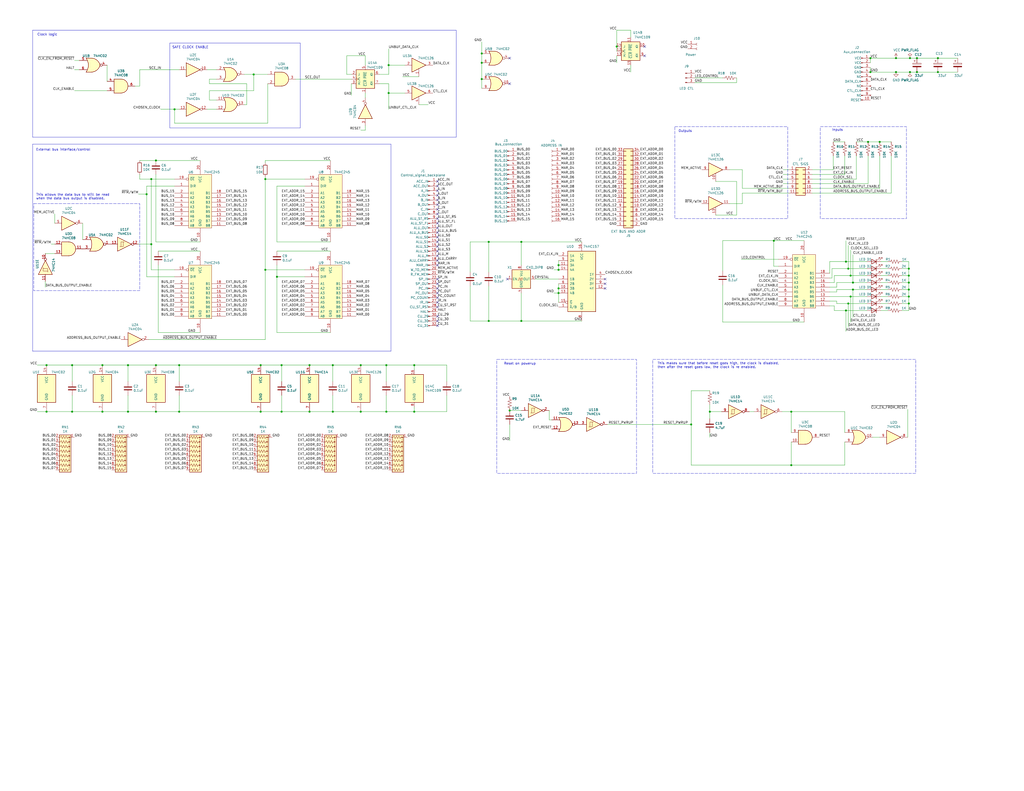
<source format=kicad_sch>
(kicad_sch (version 20230121) (generator eeschema)
  (paper "C")
  (junction (at 151.13 151.13))
  (junction (at 144.78 147.32))
  (junction (at 82.55 133.35))
  (junction (at 495.935 158.115))
  (junction (at 431.8 224.79))
  (junction (at 85.09 199.39))
  (junction (at 212.09 50.8))
  (junction (at 210.82 199.39))
  (junction (at 511.81 31.75))
  (junction (at 153.67 199.39))
  (junction (at 138.43 40.64))
  (junction (at 181.61 199.39))
  (junction (at 422.275 131.445))
  (junction (at 387.35 224.79))
  (junction (at 181.61 224.79))
  (junction (at 262.89 29.21))
  (junction (at 55.88 224.79))
  (junction (at 462.915 165.735))
  (junction (at 474.98 39.37))
  (junction (at 465.455 154.305))
  (junction (at 464.185 150.495))
  (junction (at 266.7 132.08))
  (junction (at 500.38 39.37))
  (junction (at 82.55 97.79))
  (junction (at 212.09 35.56))
  (junction (at 336.55 25.4))
  (junction (at 304.8 147.32))
  (junction (at 25.4 199.39))
  (junction (at 168.91 224.79))
  (junction (at 473.71 77.47))
  (junction (at 210.82 224.79))
  (junction (at 144.78 97.79))
  (junction (at 496.57 31.75))
  (junction (at 474.98 31.75))
  (junction (at 196.85 199.39))
  (junction (at 465.455 158.115))
  (junction (at 262.89 34.29))
  (junction (at 97.79 199.39))
  (junction (at 69.85 199.39))
  (junction (at 495.935 154.305))
  (junction (at 168.91 199.39))
  (junction (at 39.37 224.79))
  (junction (at 95.25 59.69))
  (junction (at 97.79 224.79))
  (junction (at 488.95 39.37))
  (junction (at 464.185 161.925))
  (junction (at 480.06 77.47))
  (junction (at 39.37 199.39))
  (junction (at 196.85 224.79))
  (junction (at 304.8 160.02))
  (junction (at 461.645 169.545))
  (junction (at 80.01 106.045))
  (junction (at 69.85 224.79))
  (junction (at 85.09 87.63))
  (junction (at 304.8 157.48))
  (junction (at 55.88 199.39))
  (junction (at 495.935 161.925))
  (junction (at 511.81 39.37))
  (junction (at 304.8 144.78))
  (junction (at 262.89 43.18))
  (junction (at 495.935 165.735))
  (junction (at 25.4 224.79))
  (junction (at 142.24 224.79))
  (junction (at 284.48 175.26))
  (junction (at 284.48 132.08))
  (junction (at 226.06 199.39))
  (junction (at 461.645 142.875))
  (junction (at 278.13 224.155))
  (junction (at 500.38 31.75))
  (junction (at 153.67 224.79))
  (junction (at 431.8 254))
  (junction (at 142.24 199.39))
  (junction (at 495.935 146.685))
  (junction (at 226.06 224.79))
  (junction (at 496.57 39.37))
  (junction (at 488.95 31.75))
  (junction (at 85.09 224.79))
  (junction (at 266.7 175.26))
  (junction (at 495.935 150.495))
  (junction (at 462.915 146.685))
  (junction (at 377.19 231.775))
  (no_connect (at 238.76 175.26))
  (no_connect (at 351.79 25.4))
  (no_connect (at 238.76 139.7))
  (no_connect (at 238.76 162.56))
  (no_connect (at 276.86 152.4))
  (no_connect (at 330.2 152.4))
  (no_connect (at 238.76 121.92))
  (no_connect (at 238.76 152.4))
  (no_connect (at 238.76 172.72))
  (no_connect (at 238.76 99.06))
  (no_connect (at 238.76 124.46))
  (no_connect (at 330.2 154.94))
  (no_connect (at 238.76 144.78))
  (no_connect (at 238.76 116.84))
  (no_connect (at 238.76 129.54))
  (no_connect (at 238.76 137.16))
  (no_connect (at 238.76 134.62))
  (no_connect (at 278.13 45.72))
  (no_connect (at 238.76 104.14))
  (no_connect (at 238.76 119.38))
  (no_connect (at 238.76 132.08))
  (no_connect (at 278.13 31.75))
  (no_connect (at 238.76 157.48))
  (no_connect (at 238.76 142.24))
  (no_connect (at 238.76 127))
  (no_connect (at 330.2 157.48))
  (no_connect (at 238.76 165.1))
  (no_connect (at 238.76 106.68))
  (no_connect (at 238.76 167.64))
  (no_connect (at 351.79 30.48))
  (no_connect (at 238.76 101.6))
  (no_connect (at 238.76 154.94))
  (no_connect (at 238.76 111.76))
  (no_connect (at 238.76 109.22))
  (no_connect (at 238.76 177.8))
  (no_connect (at 238.76 114.3))
  (no_connect (at 238.76 160.02))
  (wire (pts (xy 153.67 215.9) (xy 153.67 224.79)))
  (wire (pts (xy 467.36 77.47) (xy 473.71 77.47)))
  (wire (pts (xy 82.55 97.79) (xy 82.55 133.35)))
  (wire (pts (xy 456.565 158.115) (xy 465.455 158.115)))
  (wire (pts (xy 114.3 45.72) (xy 134.62 45.72)))
  (wire (pts (xy 480.695 158.115) (xy 484.505 158.115)))
  (wire (pts (xy 95.25 101.6) (xy 80.01 101.6)))
  (wire (pts (xy 220.98 35.56) (xy 212.09 35.56)))
  (wire (pts (xy 474.98 31.75) (xy 488.95 31.75)))
  (wire (pts (xy 431.8 224.79) (xy 461.01 224.79)))
  (wire (pts (xy 39.37 215.9) (xy 39.37 224.79)))
  (wire (pts (xy 40.64 49.53) (xy 58.42 49.53)))
  (wire (pts (xy 97.79 215.9) (xy 97.79 224.79)))
  (wire (pts (xy 495.935 146.685) (xy 495.935 142.875)))
  (wire (pts (xy 153.67 208.28) (xy 153.67 199.39)))
  (wire (pts (xy 464.185 175.895) (xy 464.185 161.925)))
  (wire (pts (xy 464.185 150.495) (xy 473.075 150.495)))
  (wire (pts (xy 394.335 175.895) (xy 438.785 175.895)))
  (wire (pts (xy 492.125 150.495) (xy 495.935 150.495)))
  (wire (pts (xy 492.125 165.735) (xy 495.935 165.735)))
  (wire (pts (xy 443.23 105.41) (xy 486.41 105.41)))
  (wire (pts (xy 304.8 144.78) (xy 304.8 147.32)))
  (wire (pts (xy 181.61 199.39) (xy 196.85 199.39)))
  (wire (pts (xy 95.25 67.31) (xy 146.05 67.31)))
  (wire (pts (xy 210.82 199.39) (xy 226.06 199.39)))
  (wire (pts (xy 114.3 49.53) (xy 114.3 54.61)))
  (wire (pts (xy 461.01 224.79) (xy 461.01 236.22)))
  (wire (pts (xy 256.54 132.08) (xy 266.7 132.08)))
  (wire (pts (xy 495.935 142.875) (xy 492.125 142.875)))
  (wire (pts (xy 25.4 224.79) (xy 39.37 224.79)))
  (wire (pts (xy 226.06 199.39) (xy 243.84 199.39)))
  (wire (pts (xy 452.755 164.465) (xy 456.565 164.465)))
  (wire (pts (xy 398.145 92.71) (xy 405.13 92.71)))
  (wire (pts (xy 80.01 151.13) (xy 95.25 151.13)))
  (wire (pts (xy 461.645 180.975) (xy 461.645 169.545)))
  (wire (pts (xy 443.23 97.79) (xy 467.36 97.79)))
  (wire (pts (xy 495.935 165.735) (xy 495.935 161.925)))
  (wire (pts (xy 480.695 150.495) (xy 484.505 150.495)))
  (wire (pts (xy 455.295 167.005) (xy 455.295 169.545)))
  (wire (pts (xy 133.35 40.64) (xy 138.43 40.64)))
  (wire (pts (xy 69.85 224.79) (xy 55.88 224.79)))
  (wire (pts (xy 401.955 42.545) (xy 401.955 45.085)))
  (wire (pts (xy 212.09 35.56) (xy 212.09 26.67)))
  (wire (pts (xy 467.36 97.79) (xy 467.36 85.09)))
  (wire (pts (xy 379.095 45.085) (xy 401.955 45.085)))
  (wire (pts (xy 24.765 153.67) (xy 24.765 156.845)))
  (wire (pts (xy 473.71 100.33) (xy 473.71 85.09)))
  (wire (pts (xy 422.275 145.415) (xy 422.275 131.445)))
  (wire (pts (xy 144.78 97.79) (xy 144.78 96.52)))
  (wire (pts (xy 113.03 59.69) (xy 118.11 59.69)))
  (wire (pts (xy 302.26 147.32) (xy 304.8 147.32)))
  (wire (pts (xy 39.37 199.39) (xy 55.88 199.39)))
  (wire (pts (xy 207.01 45.72) (xy 212.09 45.72)))
  (wire (pts (xy 284.48 224.155) (xy 278.13 224.155)))
  (wire (pts (xy 452.755 159.385) (xy 456.565 159.385)))
  (wire (pts (xy 398.145 111.125) (xy 405.13 111.125)))
  (wire (pts (xy 480.06 238.76) (xy 476.25 238.76)))
  (wire (pts (xy 292.1 152.4) (xy 304.8 152.4)))
  (wire (pts (xy 256.54 148.59) (xy 256.54 132.08)))
  (wire (pts (xy 462.915 165.735) (xy 473.075 165.735)))
  (wire (pts (xy 431.8 236.22) (xy 431.8 224.79)))
  (wire (pts (xy 331.47 231.775) (xy 377.19 231.775)))
  (wire (pts (xy 405.13 92.71) (xy 405.13 102.87)))
  (wire (pts (xy 456.565 159.385) (xy 456.565 158.115)))
  (wire (pts (xy 456.565 154.305) (xy 465.455 154.305)))
  (wire (pts (xy 20.32 199.39) (xy 25.4 199.39)))
  (wire (pts (xy 336.55 34.29) (xy 336.55 30.48)))
  (polyline (pts (xy 92.71 23.495) (xy 92.71 69.85)))
  (wire (pts (xy 69.85 224.79) (xy 85.09 224.79)))
  (wire (pts (xy 427.355 95.25) (xy 430.53 95.25)))
  (wire (pts (xy 492.125 146.685) (xy 495.935 146.685)))
  (wire (pts (xy 210.82 215.9) (xy 210.82 224.79)))
  (wire (pts (xy 85.09 95.25) (xy 85.09 132.08)))
  (wire (pts (xy 454.66 77.47) (xy 461.01 77.47)))
  (wire (pts (xy 243.84 199.39) (xy 243.84 208.28)))
  (wire (pts (xy 191.77 40.64) (xy 189.23 40.64)))
  (wire (pts (xy 422.275 131.445) (xy 438.785 131.445)))
  (wire (pts (xy 181.61 199.39) (xy 181.61 208.28)))
  (wire (pts (xy 166.37 151.13) (xy 151.13 151.13)))
  (wire (pts (xy 495.935 158.115) (xy 495.935 154.305)))
  (wire (pts (xy 142.24 199.39) (xy 153.67 199.39)))
  (wire (pts (xy 443.23 100.33) (xy 473.71 100.33)))
  (wire (pts (xy 455.295 154.305) (xy 455.295 150.495)))
  (wire (pts (xy 87.63 59.69) (xy 95.25 59.69)))
  (wire (pts (xy 82.55 97.79) (xy 76.2 97.79)))
  (wire (pts (xy 480.06 102.87) (xy 480.06 85.09)))
  (wire (pts (xy 492.125 158.115) (xy 495.935 158.115)))
  (polyline (pts (xy 213.36 78.74) (xy 213.36 191.77)))
  (wire (pts (xy 196.85 224.79) (xy 181.61 224.79)))
  (wire (pts (xy 142.24 224.79) (xy 153.67 224.79)))
  (wire (pts (xy 455.295 169.545) (xy 461.645 169.545)))
  (wire (pts (xy 196.85 199.39) (xy 210.82 199.39)))
  (wire (pts (xy 304.8 165.1) (xy 304.8 160.02)))
  (wire (pts (xy 304.8 160.02) (xy 304.8 157.48)))
  (wire (pts (xy 511.81 31.75) (xy 522.605 31.75)))
  (wire (pts (xy 344.17 35.56) (xy 344.17 39.37)))
  (wire (pts (xy 464.185 161.925) (xy 473.075 161.925)))
  (wire (pts (xy 401.955 99.06) (xy 401.955 117.475)))
  (wire (pts (xy 405.13 111.125) (xy 405.13 105.41)))
  (wire (pts (xy 427.355 97.79) (xy 430.53 97.79)))
  (wire (pts (xy 379.095 42.545) (xy 394.335 42.545)))
  (wire (pts (xy 452.755 151.765) (xy 454.025 151.765)))
  (wire (pts (xy 85.09 224.79) (xy 97.79 224.79)))
  (wire (pts (xy 82.55 97.79) (xy 95.25 97.79)))
  (polyline (pts (xy 17.78 191.77) (xy 17.78 78.74)))
  (wire (pts (xy 427.355 92.71) (xy 430.53 92.71)))
  (wire (pts (xy 394.335 131.445) (xy 394.335 147.955)))
  (wire (pts (xy 166.37 101.6) (xy 151.13 101.6)))
  (wire (pts (xy 207.01 40.64) (xy 212.09 40.64)))
  (wire (pts (xy 284.48 175.26) (xy 317.5 175.26)))
  (wire (pts (xy 86.36 137.16) (xy 109.22 137.16)))
  (wire (pts (xy 387.35 220.98) (xy 387.35 224.79)))
  (wire (pts (xy 262.89 43.18) (xy 262.89 48.26)))
  (wire (pts (xy 73.66 46.99) (xy 76.2 46.99)))
  (wire (pts (xy 302.26 160.02) (xy 304.8 160.02)))
  (wire (pts (xy 210.82 224.79) (xy 226.06 224.79)))
  (wire (pts (xy 500.38 31.75) (xy 511.81 31.75)))
  (wire (pts (xy 488.95 39.37) (xy 474.98 39.37)))
  (wire (pts (xy 266.7 132.08) (xy 284.48 132.08)))
  (wire (pts (xy 344.17 16.51) (xy 336.55 16.51)))
  (wire (pts (xy 377.19 213.36) (xy 387.35 213.36)))
  (wire (pts (xy 284.48 132.08) (xy 317.5 132.08)))
  (wire (pts (xy 495.3 238.76) (xy 495.3 223.52)))
  (wire (pts (xy 20.32 224.79) (xy 25.4 224.79)))
  (wire (pts (xy 405.13 102.87) (xy 430.53 102.87)))
  (wire (pts (xy 256.54 175.26) (xy 266.7 175.26)))
  (wire (pts (xy 461.645 169.545) (xy 473.075 169.545)))
  (wire (pts (xy 144.78 147.32) (xy 166.37 147.32)))
  (wire (pts (xy 212.09 45.72) (xy 212.09 50.8)))
  (wire (pts (xy 144.78 97.79) (xy 166.37 97.79)))
  (wire (pts (xy 394.335 131.445) (xy 422.275 131.445)))
  (wire (pts (xy 492.125 169.545) (xy 495.935 169.545)))
  (polyline (pts (xy 248.92 74.93) (xy 248.92 16.51)))
  (wire (pts (xy 138.43 49.53) (xy 114.3 49.53)))
  (wire (pts (xy 151.13 137.16) (xy 180.34 137.16)))
  (wire (pts (xy 97.79 199.39) (xy 142.24 199.39)))
  (wire (pts (xy 113.03 38.1) (xy 118.11 38.1)))
  (wire (pts (xy 465.455 173.355) (xy 465.455 158.115)))
  (wire (pts (xy 134.62 45.72) (xy 134.62 57.15)))
  (wire (pts (xy 80.01 101.6) (xy 80.01 106.045)))
  (wire (pts (xy 168.91 224.79) (xy 153.67 224.79)))
  (wire (pts (xy 480.695 161.925) (xy 484.505 161.925)))
  (wire (pts (xy 424.815 145.415) (xy 422.275 145.415)))
  (wire (pts (xy 69.85 199.39) (xy 85.09 199.39)))
  (wire (pts (xy 408.94 224.79) (xy 411.48 224.79)))
  (wire (pts (xy 492.125 154.305) (xy 495.935 154.305)))
  (wire (pts (xy 465.455 139.065) (xy 465.455 154.305)))
  (polyline (pts (xy 163.83 23.495) (xy 92.71 23.495)))
  (wire (pts (xy 144.78 87.63) (xy 180.34 87.63)))
  (wire (pts (xy 233.68 57.15) (xy 228.6 57.15)))
  (wire (pts (xy 97.79 224.79) (xy 142.24 224.79)))
  (wire (pts (xy 114.3 43.18) (xy 114.3 45.72)))
  (wire (pts (xy 480.695 146.685) (xy 484.505 146.685)))
  (wire (pts (xy 199.39 35.56) (xy 199.39 30.48)))
  (wire (pts (xy 58.42 35.56) (xy 58.42 44.45)))
  (wire (pts (xy 454.025 151.765) (xy 454.025 146.685)))
  (wire (pts (xy 86.36 181.61) (xy 109.22 181.61)))
  (wire (pts (xy 45.085 121.92) (xy 45.085 130.81)))
  (wire (pts (xy 480.695 165.735) (xy 484.505 165.735)))
  (wire (pts (xy 304.8 142.24) (xy 304.8 144.78)))
  (wire (pts (xy 212.09 50.8) (xy 220.98 50.8)))
  (wire (pts (xy 456.565 165.735) (xy 462.915 165.735)))
  (wire (pts (xy 151.13 151.13) (xy 151.13 181.61)))
  (wire (pts (xy 431.8 241.3) (xy 431.8 254)))
  (polyline (pts (xy 17.78 74.93) (xy 248.92 74.93)))
  (wire (pts (xy 452.755 149.225) (xy 452.755 142.875)))
  (wire (pts (xy 75.565 133.35) (xy 82.55 133.35)))
  (wire (pts (xy 387.35 236.22) (xy 387.35 238.76)))
  (wire (pts (xy 199.39 71.12) (xy 199.39 68.58)))
  (wire (pts (xy 299.72 224.155) (xy 299.72 229.235)))
  (wire (pts (xy 151.13 101.6) (xy 151.13 132.08)))
  (wire (pts (xy 181.61 215.9) (xy 181.61 224.79)))
  (wire (pts (xy 492.125 161.925) (xy 495.935 161.925)))
  (wire (pts (xy 452.755 161.925) (xy 464.185 161.925)))
  (wire (pts (xy 85.09 87.63) (xy 109.22 87.63)))
  (wire (pts (xy 219.71 41.91) (xy 228.6 41.91)))
  (wire (pts (xy 82.55 147.32) (xy 95.25 147.32)))
  (wire (pts (xy 76.2 38.1) (xy 97.79 38.1)))
  (wire (pts (xy 473.71 77.47) (xy 480.06 77.47)))
  (wire (pts (xy 151.13 132.08) (xy 180.34 132.08)))
  (wire (pts (xy 455.295 150.495) (xy 464.185 150.495)))
  (wire (pts (xy 80.01 106.045) (xy 80.01 151.13)))
  (wire (pts (xy 86.36 144.78) (xy 86.36 181.61)))
  (wire (pts (xy 377.19 254) (xy 431.8 254)))
  (wire (pts (xy 454.025 146.685) (xy 462.915 146.685)))
  (wire (pts (xy 394.335 155.575) (xy 394.335 175.895)))
  (wire (pts (xy 488.95 31.75) (xy 496.57 31.75)))
  (wire (pts (xy 462.915 146.685) (xy 473.075 146.685)))
  (wire (pts (xy 40.64 33.02) (xy 43.18 33.02)))
  (wire (pts (xy 452.755 156.845) (xy 456.565 156.845)))
  (wire (pts (xy 97.79 208.28) (xy 97.79 199.39)))
  (polyline (pts (xy 248.92 16.51) (xy 17.78 16.51)))
  (wire (pts (xy 153.67 199.39) (xy 168.91 199.39)))
  (wire (pts (xy 210.82 199.39) (xy 210.82 208.28)))
  (wire (pts (xy 431.8 254) (xy 461.01 254)))
  (wire (pts (xy 404.495 141.605) (xy 424.815 141.605)))
  (wire (pts (xy 144.78 87.63) (xy 144.78 88.9)))
  (wire (pts (xy 495.935 169.545) (xy 495.935 165.735)))
  (wire (pts (xy 43.18 38.1) (xy 40.64 38.1)))
  (wire (pts (xy 189.23 30.48) (xy 199.39 30.48)))
  (wire (pts (xy 486.41 105.41) (xy 486.41 85.09)))
  (wire (pts (xy 24.765 138.43) (xy 29.845 138.43)))
  (wire (pts (xy 243.84 224.79) (xy 243.84 215.9)))
  (wire (pts (xy 426.72 224.79) (xy 431.8 224.79)))
  (wire (pts (xy 480.695 169.545) (xy 484.505 169.545)))
  (wire (pts (xy 212.09 50.8) (xy 212.09 59.69)))
  (wire (pts (xy 456.565 164.465) (xy 456.565 165.735)))
  (wire (pts (xy 474.98 39.37) (xy 474.98 36.83)))
  (wire (pts (xy 377.19 231.775) (xy 377.19 254)))
  (wire (pts (xy 75.565 106.045) (xy 80.01 106.045)))
  (wire (pts (xy 82.55 133.35) (xy 82.55 147.32)))
  (wire (pts (xy 212.09 40.64) (xy 212.09 35.56)))
  (wire (pts (xy 196.85 71.12) (xy 199.39 71.12)))
  (wire (pts (xy 304.8 157.48) (xy 304.8 154.94)))
  (wire (pts (xy 390.525 99.06) (xy 401.955 99.06)))
  (wire (pts (xy 191.77 45.72) (xy 191.77 52.07)))
  (wire (pts (xy 226.06 224.79) (xy 243.84 224.79)))
  (wire (pts (xy 500.38 39.37) (xy 511.81 39.37)))
  (wire (pts (xy 336.55 27.94) (xy 336.55 25.4)))
  (wire (pts (xy 55.88 199.39) (xy 69.85 199.39)))
  (wire (pts (xy 452.755 142.875) (xy 461.645 142.875)))
  (wire (pts (xy 454.66 85.09) (xy 454.66 92.71)))
  (wire (pts (xy 138.43 40.64) (xy 138.43 49.53)))
  (wire (pts (xy 427.355 100.33) (xy 430.53 100.33)))
  (wire (pts (xy 495.935 154.305) (xy 495.935 150.495)))
  (wire (pts (xy 151.13 151.13) (xy 151.13 144.78)))
  (wire (pts (xy 81.28 185.42) (xy 144.78 185.42)))
  (polyline (pts (xy 92.71 69.85) (xy 163.83 69.85)))
  (wire (pts (xy 146.05 67.31) (xy 146.05 45.72)))
  (wire (pts (xy 496.57 39.37) (xy 500.38 39.37)))
  (wire (pts (xy 464.185 136.525) (xy 464.185 150.495)))
  (polyline (pts (xy 213.36 78.74) (xy 17.78 78.74)))
  (wire (pts (xy 76.2 87.63) (xy 85.09 87.63)))
  (wire (pts (xy 480.695 142.875) (xy 484.505 142.875)))
  (wire (pts (xy 266.7 175.26) (xy 266.7 156.21)))
  (wire (pts (xy 85.09 132.08) (xy 109.22 132.08)))
  (wire (pts (xy 461.01 254) (xy 461.01 241.3)))
  (wire (pts (xy 461.01 85.09) (xy 461.01 95.25)))
  (polyline (pts (xy 213.36 191.77) (xy 17.78 191.77)))
  (polyline (pts (xy 163.83 69.85) (xy 163.83 23.495)))
  (wire (pts (xy 262.89 22.86) (xy 262.89 29.21)))
  (wire (pts (xy 456.565 156.845) (xy 456.565 154.305)))
  (wire (pts (xy 465.455 158.115) (xy 473.075 158.115)))
  (wire (pts (xy 256.54 156.21) (xy 256.54 175.26)))
  (wire (pts (xy 25.4 199.39) (xy 39.37 199.39)))
  (wire (pts (xy 144.78 185.42) (xy 144.78 147.32)))
  (wire (pts (xy 118.11 43.18) (xy 114.3 43.18)))
  (wire (pts (xy 138.43 40.64) (xy 146.05 40.64)))
  (wire (pts (xy 262.89 29.21) (xy 262.89 34.29)))
  (wire (pts (xy 278.13 231.775) (xy 278.13 240.665)))
  (wire (pts (xy 76.2 46.99) (xy 76.2 38.1)))
  (wire (pts (xy 405.13 105.41) (xy 430.53 105.41)))
  (wire (pts (xy 443.23 92.71) (xy 454.66 92.71)))
  (wire (pts (xy 336.55 16.51) (xy 336.55 25.4)))
  (wire (pts (xy 452.755 154.305) (xy 455.295 154.305)))
  (wire (pts (xy 226.06 199.39) (xy 226.06 201.93)))
  (wire (pts (xy 344.17 20.32) (xy 344.17 16.51)))
  (wire (pts (xy 161.29 43.18) (xy 191.77 43.18)))
  (wire (pts (xy 226.06 224.79) (xy 226.06 222.25)))
  (wire (pts (xy 284.48 160.02) (xy 284.48 175.26)))
  (wire (pts (xy 443.23 95.25) (xy 461.01 95.25)))
  (wire (pts (xy 443.23 102.87) (xy 480.06 102.87)))
  (wire (pts (xy 495.935 161.925) (xy 495.935 158.115)))
  (wire (pts (xy 284.48 144.78) (xy 284.48 132.08)))
  (wire (pts (xy 461.645 142.875) (xy 473.075 142.875)))
  (wire (pts (xy 511.81 39.37) (xy 522.605 39.37)))
  (wire (pts (xy 495.935 150.495) (xy 495.935 146.685)))
  (wire (pts (xy 134.62 57.15) (xy 133.35 57.15)))
  (wire (pts (xy 266.7 148.59) (xy 266.7 132.08)))
  (wire (pts (xy 144.78 97.79) (xy 144.78 147.32)))
  (wire (pts (xy 462.915 133.985) (xy 462.915 146.685)))
  (wire (pts (xy 474.98 34.29) (xy 474.98 31.75)))
  (wire (pts (xy 496.57 31.75) (xy 500.38 31.75)))
  (wire (pts (xy 377.19 231.775) (xy 377.19 213.36)))
  (wire (pts (xy 95.25 59.69) (xy 95.25 67.31)))
  (wire (pts (xy 27.94 133.35) (xy 29.845 133.35)))
  (wire (pts (xy 39.37 208.28) (xy 39.37 199.39)))
  (polyline (pts (xy 17.78 16.51) (xy 17.78 74.93)))
  (wire (pts (xy 168.91 199.39) (xy 181.61 199.39)))
  (wire (pts (xy 393.7 224.79) (xy 387.35 224.79)))
  (wire (pts (xy 95.25 59.69) (xy 97.79 59.69)))
  (wire (pts (xy 496.57 39.37) (xy 488.95 39.37)))
  (wire (pts (xy 401.955 117.475) (xy 390.525 117.475)))
  (wire (pts (xy 29.845 116.84) (xy 29.845 121.92)))
  (wire (pts (xy 199.39 53.34) (xy 199.39 50.8)))
  (wire (pts (xy 151.13 181.61) (xy 180.34 181.61)))
  (wire (pts (xy 462.915 178.435) (xy 462.915 165.735)))
  (wire (pts (xy 465.455 154.305) (xy 473.075 154.305)))
  (wire (pts (xy 181.61 224.79) (xy 168.91 224.79)))
  (wire (pts (xy 85.09 199.39) (xy 97.79 199.39)))
  (wire (pts (xy 284.48 175.26) (xy 266.7 175.26)))
  (wire (pts (xy 452.755 167.005) (xy 455.295 167.005)))
  (wire (pts (xy 262.89 34.29) (xy 262.89 43.18)))
  (wire (pts (xy 76.2 97.79) (xy 76.2 95.25)))
  (wire (pts (xy 461.645 131.445) (xy 461.645 142.875)))
  (wire (pts (xy 55.88 224.79) (xy 39.37 224.79)))
  (wire (pts (xy 69.85 215.9) (xy 69.85 224.79)))
  (wire (pts (xy 480.695 154.305) (xy 484.505 154.305)))
  (wire (pts (xy 189.23 40.64) (xy 189.23 30.48)))
  (wire (pts (xy 480.06 77.47) (xy 486.41 77.47)))
  (wire (pts (xy 299.72 229.235) (xy 300.99 229.235)))
  (wire (pts (xy 114.3 54.61) (xy 118.11 54.61)))
  (wire (pts (xy 69.85 208.28) (xy 69.85 199.39)))
  (wire (pts (xy 210.82 224.79) (xy 196.85 224.79)))
  (wire (pts (xy 387.35 224.79) (xy 387.35 228.6)))
  (rectangle (start 271.145 196.215) (end 347.345 258.445) (stroke (width 0) (type dash)))
  (rectangle (start 447.675 69.215) (end 494.665 119.38) (stroke (width 0) (type dash)))
  (rectangle (start 18.415 111.125) (end 76.2 158.75) (stroke (width 0) (type dash)))
  (rectangle (start 356.235 196.215) (end 499.745 258.445) (stroke (width 0) (type dash)))
  (rectangle (start 368.3 69.215) (end 429.895 119.38) (stroke (width 0) (type dash)))
  (text "Inputs" (at 454.025 71.755 0) (effects (font (size 1.27 1.27)) (justify left bottom)))
  (text "This makes sure that before reset goes high, the clock is disabled,\nthen after the reset goes low, the clock is re enabled." (at 358.775 201.295 0) (effects (font (size 1.27 1.27)) (justify left bottom)))
  (text "This allows the data bus to still be read\nwhen the data bus output is disabled." (at 19.685 109.22 0) (effects (font (size 1.27 1.27)) (justify left bottom)))
  (text "Reset on powerup" (at 274.955 199.39 0) (effects (font (size 1.27 1.27)) (justify left bottom)))
  (text "SAFE CLOCK ENABLE" (at 93.98 26.67 0) (effects (font (size 1.27 1.27)) (justify left bottom)))
  (text "Clock logic" (at 20.32 19.685 0) (effects (font (size 1.27 1.27)) (justify left bottom)))
  (text "Outputs" (at 370.205 72.39 0) (effects (font (size 1.27 1.27)) (justify left bottom)))
  (text "External bus interface/control" (at 19.685 82.55 0) (effects (font (size 1.27 1.27)) (justify left bottom)))
  (label "MAR_10" (at 194.31 118.11 0))
  (label "DATA_CLK" (at 236.22 35.56 0))
  (label "SCE_OUT" (at 166.37 43.18 0))
  (label "EXT_BUS_05" (at 123.19 160.02 0))
  (label "ALU_OUT" (at 238.76 124.46 0))
  (label "BUS_12" (at 60.96 248.92 180))
  (label "MAR_05" (at 194.31 160.02 0))
  (label "ALU_A_BUS" (at 238.76 127 0))
  (label "GND" (at 427.355 95.25 180))
  (label "MAR_12" (at 194.31 113.03 0))
  (label "BUS_06" (at 30.48 254 180))
  (label "EXT_ADDR_03" (at 166.37 165.1 180))
  (label "MAR_02" (at 306.07 87.63 0))
  (label "EXT_ADDR_11" (at 349.25 110.49 0))
  (label "GND" (at 427.355 100.33 180))
  (label "MAR_14" (at 306.07 118.11 0))
  (label "BUS_03" (at 281.94 90.17 0))
  (label "CTL_CLK" (at 474.98 49.53 0))
  (label "VCC" (at 375.285 24.13 180))
  (label "EXT_BUS_01" (at 123.19 170.18 0))
  (label "EXT_BUS_02" (at 101.6 243.84 180))
  (label "EXT_BUS_06" (at 101.6 254 180))
  (label "EXT_ADDR_13" (at 212.09 251.46 180))
  (label "MAR_04" (at 194.31 162.56 0))
  (label "EXT_BUS_11" (at 123.19 115.57 0))
  (label "EXT_ADDR_09" (at 166.37 120.65 180))
  (label "EXT_RESET" (at 454.66 92.71 0))
  (label "BUS_07" (at 281.94 100.33 0))
  (label "MAR_01" (at 306.07 85.09 0))
  (label "GND" (at 495.935 169.545 0))
  (label "ADDRESS_BUS_OUTPUT_ENABLE" (at 424.815 167.005 180))
  (label "BUS_09" (at 60.96 241.3 180))
  (label "ALU_ST_RS" (at 238.76 119.38 0))
  (label "VCC" (at 107.95 87.63 180))
  (label "MAR_08" (at 306.07 102.87 0))
  (label "BUS_06" (at 95.25 157.48 180))
  (label "EXT_ADDR_09" (at 349.25 105.41 0))
  (label "BUS_12" (at 95.25 113.03 180))
  (label "RESET" (at 196.85 71.12 180))
  (label "EXT_BUS_03" (at 101.6 246.38 180))
  (label "DATA_BUS_OUTPUT_ENABLE" (at 454.66 102.87 0))
  (label "EXT_ADDR_08" (at 166.37 123.19 180))
  (label "ADDRESS_BUS_OUTPUT_ENABLE" (at 454.66 105.41 0))
  (label "EXT_ADDR_01" (at 166.37 170.18 180))
  (label "EXT_ADDR_15" (at 166.37 105.41 180))
  (label "DATA_CLK" (at 474.98 44.45 0))
  (label "EXT_BUS_12" (at 123.19 113.03 0))
  (label "MAR_09" (at 306.07 105.41 0))
  (label "GND" (at 111.76 238.76 0))
  (label "DATA_CLK" (at 427.355 92.71 180))
  (label "VCC" (at 396.24 117.475 0))
  (label "EXT_BUS_00" (at 123.19 172.72 0))
  (label "BUS_00" (at 281.94 82.55 0))
  (label "EXT_CLK_IN" (at 304.8 139.7 180))
  (label "EXT_ADDR_10" (at 349.25 107.95 0))
  (label "BUS_08" (at 60.96 238.76 180))
  (label "EXT_BUS_14" (at 336.55 118.11 180))
  (label "CHOSEN_CLOCK" (at 87.63 59.69 180))
  (label "BUS_02" (at 95.25 167.64 180))
  (label "ALU_ST_FL" (at 238.76 121.92 0))
  (label "DATA_BUS_OUTPUT_ENABLE" (at 424.815 164.465 180))
  (label "C_IN" (at 238.76 114.3 0))
  (label "CU_29" (at 238.76 172.72 0))
  (label "VCC" (at 278.13 216.535 180))
  (label "EXT_BUS_06" (at 336.55 97.79 180))
  (label "RESET_PWRUP" (at 332.105 231.775 0))
  (label "EXT_ADDR_04" (at 166.37 162.56 180))
  (label "EXT_ADDR_07" (at 175.26 256.54 180))
  (label "UNBUF_DATA_CLK" (at 424.815 161.925 180))
  (label "BUS_13" (at 60.96 251.46 180))
  (label "EXT_ADDR_07" (at 166.37 154.94 180))
  (label "CLK_IN_LED" (at 462.915 133.985 0))
  (label "BUS_05" (at 281.94 95.25 0))
  (label "BUS_11" (at 95.25 115.57 180))
  (label "EXT_CLK_IN" (at 424.815 151.765 180))
  (label "SCE_IN" (at 81.28 38.1 0))
  (label "LED_CONTROL" (at 379.095 42.545 0))
  (label "EXT_ADDR_09" (at 212.09 241.3 180))
  (label "EXT_BUS_10" (at 336.55 107.95 180))
  (label "CTL_CLK_LED" (at 465.455 173.355 0))
  (label "UNBUF_CTL_CLK" (at 424.815 159.385 180))
  (label "~{RFM}{slash}WTM" (at 27.94 133.35 180))
  (label "EXT_ADDR_15" (at 349.25 120.65 0))
  (label "EXT_BUS_08" (at 123.19 123.19 0))
  (label "PC_COUNT" (at 238.76 162.56 0))
  (label "EXT_ADDR_10" (at 212.09 243.84 180))
  (label "ALU_CARRY" (at 238.76 142.24 0))
  (label "UNBUF_DATA_CLK" (at 212.09 26.67 0))
  (label "EXT_BUS_12" (at 138.43 248.92 180))
  (label "MAR_15" (at 194.31 105.41 0))
  (label "UNBUF_CTL_CLK" (at 212.09 59.69 0))
  (label "B_OUT" (at 238.76 111.76 0))
  (label "EXT_BUS_03" (at 336.55 90.17 180))
  (label "EXT_BUS_07" (at 101.6 256.54 180))
  (label "GND" (at 191.77 52.07 180))
  (label "CU_ST_RST" (at 238.76 167.64 0))
  (label "GND" (at 262.89 22.86 180))
  (label "EXT_BUS_08" (at 336.55 102.87 180))
  (label "ALU_S1" (at 238.76 132.08 0))
  (label "BUS_10" (at 60.96 243.84 180))
  (label "EXT_ADDR_04" (at 175.26 248.92 180))
  (label "ADDR_BUS_OE_LED" (at 461.645 180.975 0))
  (label "ADDRESS_BUS_OUTPUT_ENABLE" (at 66.04 185.42 180))
  (label "EXT_ADDR_12" (at 349.25 113.03 0))
  (label "VCC" (at 20.32 199.39 180))
  (label "BUS_00" (at 30.48 238.76 180))
  (label "GND" (at 302.26 160.02 180))
  (label "EXT_BUS_09" (at 138.43 241.3 180))
  (label "BUS_01" (at 95.25 170.18 180))
  (label "MAR_03" (at 306.07 90.17 0))
  (label "BUS_14" (at 281.94 118.11 0))
  (label "BUS_15" (at 95.25 105.41 180))
  (label "BUS_05" (at 95.25 160.02 180))
  (label "MAR_04" (at 306.07 92.71 0))
  (label "MAR_12" (at 306.07 113.03 0))
  (label "EXT_BUS_15" (at 123.19 105.41 0))
  (label "GND" (at 317.5 175.26 180))
  (label "GND" (at 179.07 181.61 180))
  (label "MAR_13" (at 306.07 115.57 0))
  (label "MAR_14" (at 194.31 107.95 0))
  (label "MAR_07" (at 306.07 100.33 0))
  (label "MAR_06" (at 306.07 97.79 0))
  (label "EXT_BUS_01" (at 101.6 241.3 180))
  (label "GND" (at 336.55 34.29 180))
  (label "B_IN" (at 238.76 109.22 0))
  (label "GND" (at 302.26 147.32 180))
  (label "EXT_BUS_05" (at 336.55 95.25 180))
  (label "EXT_ADDR_03" (at 349.25 90.17 0))
  (label "MAR_00" (at 194.31 172.72 0))
  (label "EXT_ADDR_01" (at 175.26 241.3 180))
  (label "GND" (at 148.59 238.76 0))
  (label "SP_OUT" (at 238.76 154.94 0))
  (label "BUS_11" (at 60.96 246.38 180))
  (label "EXT_BUS_07" (at 336.55 100.33 180))
  (label "BUS_09" (at 95.25 120.65 180))
  (label "~{RFM}{slash}WTM" (at 382.905 111.125 180))
  (label "EXT_ADDR_15" (at 212.09 256.54 180))
  (label "GND" (at 20.32 224.79 180))
  (label "EXT_BUS_13" (at 336.55 115.57 180))
  (label "EXT_ADDR_00" (at 166.37 172.72 180))
  (label "MAR_01" (at 194.31 170.18 0))
  (label "EXT_ADDR_14" (at 349.25 118.11 0))
  (label "~{CLK_EN_FROM_RESET}" (at 40.64 33.02 180))
  (label "EXT_ADDR_00" (at 175.26 238.76 180))
  (label "GND" (at 387.35 238.76 0))
  (label "GND" (at 106.68 181.61 180))
  (label "EXT_BUS_13" (at 123.19 110.49 0))
  (label "MAR_13" (at 194.31 110.49 0))
  (label "BUS_02" (at 30.48 243.84 180))
  (label "EXT_ADDR_08" (at 212.09 238.76 180))
  (label "EXT_BUS_02" (at 336.55 87.63 180))
  (label "EXT_ADDR_07" (at 349.25 100.33 0))
  (label "BUS_14" (at 95.25 107.95 180))
  (label "CLK_ENABLE" (at 424.815 156.845 180))
  (label "CLK_ENABLE_LED" (at 465.455 139.065 0))
  (label "RESET" (at 447.04 238.76 0))
  (label "EXT_BUS_09" (at 123.19 120.65 0))
  (label "MAR_11" (at 194.31 115.57 0))
  (label "MEM_ACTIVE" (at 382.905 92.71 180))
  (label "BUS_06" (at 281.94 97.79 0))
  (label "MAR_08" (at 194.31 123.19 0))
  (label "A_OUT" (at 238.76 106.68 0))
  (label "EXT_ADDR_12" (at 166.37 113.03 180))
  (label "BUS_12" (at 281.94 113.03 0))
  (label "EXT_BUS_04" (at 101.6 248.92 180))
  (label "EXT_ADDR_06" (at 166.37 157.48 180))
  (label "~{ADDRESS_BUS_OUTPUT_ENABLE}" (at 88.9 185.42 0))
  (label "CLK_ENABLE" (at 40.64 49.53 180))
  (label "C_OUT" (at 238.76 116.84 0))
  (label "VCC" (at 467.36 77.47 0))
  (label "EXT_BUS_00" (at 336.55 82.55 180))
  (label "EXT_ADDR_05" (at 175.26 251.46 180))
  (label "CRYSTAL" (at 299.72 152.4 180))
  (label "~{RFM}{slash}WTM" (at 75.565 106.045 180))
  (label "BUS_04" (at 30.48 248.92 180))
  (label "GND" (at 71.12 238.76 0))
  (label "GND" (at 349.25 123.19 0))
  (label "GND" (at 375.285 26.67 180))
  (label "BUS_08" (at 95.25 123.19 180))
  (label "BUS_13" (at 281.94 115.57 0))
  (label "RESET" (at 474.98 54.61 0))
  (label "ACC_IN" (at 238.76 99.06 0))
  (label "EXT_BUS_01" (at 336.55 85.09 180))
  (label "EXT_ADDR_11" (at 166.37 115.57 180))
  (label "GND" (at 278.13 240.665 180))
  (label "EXT_BUS_04" (at 336.55 92.71 180))
  (label "EXT_ADDR_01" (at 349.25 85.09 0))
  (label "EXT_BUS_08" (at 138.43 238.76 180))
  (label "BUS_04" (at 281.94 92.71 0))
  (label "ALU_S2" (at 238.76 134.62 0))
  (label "BUS_14" (at 60.96 254 180))
  (label "EXT_ADDR_02" (at 175.26 243.84 180))
  (label "EXT_BUS_11" (at 138.43 246.38 180))
  (label "MAR_05" (at 306.07 95.25 0))
  (label "BUS_10" (at 281.94 107.95 0))
  (label "EXT_ADDR_04" (at 349.25 92.71 0))
  (label "GND" (at 185.42 238.76 0))
  (label "CU_30" (at 238.76 175.26 0))
  (label "EXT_RESET" (at 300.99 234.315 180))
  (label "VCC" (at 422.275 131.445 0))
  (label "~{RFM}{slash}WTM_BUF" (at 427.355 105.41 180))
  (label "EXT_BUS_02" (at 123.19 167.64 0))
  (label "MAR_03" (at 194.31 165.1 0))
  (label "EXT_BUS_15" (at 336.55 120.65 180))
  (label "EXT_CLK_IN" (at 454.66 95.25 0))
  (label "CHOSEN_CLOCK" (at 330.2 149.86 0))
  (label "GND" (at 107.95 132.08 180))
  (label "EXT_ADDR_05" (at 349.25 95.25 0))
  (label "MAR_06" (at 194.31 157.48 0))
  (label "MEM_ACTIVE" (at 238.76 147.32 0))
  (label "EXT_BUS_14" (at 138.43 254 180))
  (label "BUS_09" (at 281.94 105.41 0))
  (label "GND" (at 179.07 132.08 180))
  (label "RESET_LED" (at 461.645 131.445 0))
  (label "VCC" (at 379.095 40.005 0))
  (label "EXT_BUS_12" (at 336.55 113.03 180))
  (label "VCC" (at 199.39 30.48 180))
  (label "CLOCK_SEL_LED" (at 464.185 136.525 0))
  (label "DATA_CLK_LED" (at 464.185 175.895 0))
  (label "HALT" (at 238.76 170.18 0))
  (label "VCC" (at 180.34 87.63 180))
  (label "HALT" (at 40.64 38.1 180))
  (label "EXT_BUS_05" (at 101.6 251.46 180))
  (label "EXT_BUS_07" (at 123.19 154.94 0))
  (label "VCC" (at 317.5 132.08 180))
  (label "EXT_ADDR_12" (at 212.09 248.92 180))
  (label "CLOCK_SEL" (at 424.815 154.305 180))
  (label "EXT_ADDR_13" (at 166.37 110.49 180))
  (label "GND" (at 474.98 39.37 0))
  (label "BUS_04" (at 95.25 162.56 180))
  (label "BUS_05" (at 30.48 251.46 180))
  (label "MAR_11" (at 306.07 110.49 0))
  (label "ALU_S0" (at 238.76 129.54 0))
  (label "DATA_BUS_OE_LED" (at 462.915 178.435 0))
  (label "MAR_15" (at 306.07 120.65 0))
  (label "BUS_07" (at 95.25 154.94 180))
  (label "EXT_ADDR_14" (at 212.09 254 180))
  (label "EXT_ADDR_06" (at 349.25 97.79 0))
  (label "PC_OUT" (at 238.76 160.02 0))
  (label "BUS_00" (at 95.25 172.72 180))
  (label "DATA_BUS_OUTPUT_ENABLE" (at 24.765 156.845 0))
  (label "IR_IN" (at 238.76 165.1 0))
  (label "VCC" (at 233.68 57.15 0))
  (label "VCC" (at 428.625 131.445 0))
  (label "BUS_07" (at 30.48 256.54 180))
  (label "EXT_ADDR_11" (at 212.09 246.38 180))
  (label "VCC" (at 179.07 137.16 180))
  (label "MAR_IN" (at 238.76 144.78 0))
  (label "CTL_CLK" (at 236.22 50.8 0))
  (label "EXT_ADDR_00" (at 349.25 82.55 0))
  (label "BUS_15" (at 60.96 256.54 180))
  (label "VCC" (at 219.71 41.91 0))
  (label "EXT_ADDR_02" (at 166.37 167.64 180))
  (label "EXT_BUS_10" (at 123.19 118.11 0))
  (label "A_IN" (at 238.76 104.14 0))
  (label "CLOCK_SEL" (at 454.66 97.79 0))
  (label "VCC" (at 107.95 137.16 180))
  (label "EXT_BUS_15" (at 138.43 256.54 180))
  (label "EXT_ADDR_13" (at 349.25 115.57 0))
  (label "VCC" (at 474.98 31.75 0))
  (label "BUS_01" (at 30.48 241.3 180))
  (label "BUS_03" (at 95.25 165.1 180))
  (label "EXT_BUS_06" (at 123.19 157.48 0))
  (label "RESET" (at 424.815 149.225 180))
  (label "EXT_BUS_00" (at 101.6 238.76 180))
  (label "GND" (at 222.25 238.76 0))
  (label "CLK_ENABLE" (at 454.66 100.33 0))
  (label "BUS_15" (at 281.94 120.65 0))
  (label "CTL_CLK" (at 427.355 97.79 180))
  (label "BUS_13" (at 95.25 110.49 180))
  (label "VCC" (at 336.55 16.51 180))
  (label "ALU_S3" (at 238.76 137.16 0))
  (label "BUS_08" (at 281.94 102.87 0))
  (label "EXT_ADDR_06" (at 175.26 254 180))
  (label "PC_IN" (at 238.76 157.48 0))
  (label "ACC_OUT" (at 238.76 101.6 0))
  (label "GND" (at 379.095 45.085 0))
  (label "BUS_01" (at 281.94 85.09 0))
  (label "BUS_03" (at 30.48 246.38 180))
  (label "EXT_BUS_04" (at 123.19 162.56 0))
  (label "EXT_ADDR_05" (at 166.37 160.02 180))
  (label "EXT_ADDR_14" (at 166.37 107.95 180))
  (label "MAR_02" (at 194.31 167.64 0))
  (label "EXT_BUS_10" (at 138.43 243.84 180))
  (label "MAR_00" (at 306.07 82.55 0))
  (label "GND" (at 40.64 238.76 0))
  (label "EXT_BUS_03" (at 123.19 165.1 0))
  (label "EXT_BUS_09" (at 336.55 105.41 180))
  (label "VCC" (at 344.17 39.37 180))
  (label "~{RFM}{slash}WTM" (at 238.76 149.86 0))
  (label "GND" (at 336.55 123.19 180))
  (label "RESET_PWRUP" (at 361.95 231.775 0))
  (label "GND" (at 454.66 77.47 0))
  (label "GND" (at 432.435 175.895 0))
  (label "EXT_BUS_14" (at 123.19 107.95 0))
  (label "ALU_M" (at 238.76 139.7 0))
  (label "SP_IN" (at 238.76 152.4 0))
  (label "MAR_09" (at 194.31 120.65 0))
  (label "EXT_ADDR_02" (at 349.25 87.63 0))
  (label "MAR_10" (at 306.07 107.95 0))
  (label "EXT_ADDR_08" (at 349.25 102.87 0))
  (label "MEM_ACTIVE" (at 29.845 116.84 180))
  (label "BUS_02" (at 281.94 87.63 0))
  (label "CLOCK_SEL" (at 304.8 167.64 180))
  (label "EXT_ADDR_10" (at 166.37 118.11 180))
  (label "CU_31" (at 238.76 177.8 0))
  (label "EXT_ADDR_03" (at 175.26 246.38 180))
  (label "EXT_BUS_11" (at 336.55 110.49 180))
  (label "MEM_ACTIVE_BUF" (at 427.355 102.87 180))
  (label "BUS_10" (at 95.25 118.11 180))
  (label "EXT_BUS_13" (at 138.43 251.46 180))
  (label "MAR_07" (at 194.31 154.94 0))
  (label "BUS_11" (at 281.94 110.49 0))
  (label "~{CLK_EN_FROM_RESET}" (at 495.3 223.52 180))
  (label "LED_CONTROL" (at 404.495 141.605 0))
  (symbol (lib_id "74xx:74HC04") (at 73.66 185.42 0) (unit 1)
    (property "Reference" "U2" (at 73.66 177.3682 0))
    (property "Value" "74HC04" (at 73.66 179.6796 0))
    (property "Footprint" "Package_DIP:DIP-14_W7.62mm_Socket" (effects hide))
    (property "Datasheet" "https://assets.nexperia.com/documents/data-sheet/74HC_HCT04.pdf" (effects hide))
  )
  (symbol (lib_id "74xx:74HC04") (at 199.39 60.96 90) (unit 2)
    (property "Reference" "U2" (at 191.3382 60.96 0))
    (property "Value" "74HC04" (at 193.6496 60.96 0))
    (property "Footprint" "Package_DIP:DIP-14_W7.62mm_Socket" (effects hide))
    (property "Datasheet" "https://assets.nexperia.com/documents/data-sheet/74HC_HCT04.pdf" (effects hide))
  )
  (symbol (lib_id "74xx:74HC04") (at 37.465 121.92 0) (unit 3)
    (property "Reference" "U2" (at 37.465 113.8682 0))
    (property "Value" "74HC04" (at 37.465 116.1796 0))
    (property "Footprint" "Package_DIP:DIP-14_W7.62mm_Socket" (effects hide))
    (property "Datasheet" "https://assets.nexperia.com/documents/data-sheet/74HC_HCT04.pdf" (effects hide))
  )
  (symbol (lib_id "74xx:74HC04") (at 487.68 238.76 0) (unit 4)
    (property "Reference" "U2" (at 487.68 230.7082 0))
    (property "Value" "74HC04" (at 487.68 233.0196 0))
    (property "Footprint" "Package_DIP:DIP-14_W7.62mm_Socket" (effects hide))
    (property "Datasheet" "https://assets.nexperia.com/documents/data-sheet/74HC_HCT04.pdf" (effects hide))
  )
  (symbol (lib_id "74xx:74HC04") (at 105.41 38.1 0) (unit 5)
    (property "Reference" "U2" (at 105.41 30.0482 0))
    (property "Value" "74HC04" (at 105.41 32.3596 0))
    (property "Footprint" "Package_DIP:DIP-14_W7.62mm_Socket" (effects hide))
    (property "Datasheet" "https://assets.nexperia.com/documents/data-sheet/74HC_HCT04.pdf" (effects hide))
  )
  (symbol (lib_id "74xx:74HC04") (at 105.41 59.69 0) (unit 6)
    (property "Reference" "U2" (at 105.41 51.6382 0))
    (property "Value" "74HC04" (at 105.41 53.9496 0))
    (property "Footprint" "Package_DIP:DIP-14_W7.62mm_Socket" (effects hide))
    (property "Datasheet" "https://assets.nexperia.com/documents/data-sheet/74HC_HCT04.pdf" (effects hide))
  )
  (symbol (lib_id "74xx:74HC04") (at 55.88 212.09 0) (unit 7)
    (property "Reference" "U2" (at 48.26 203.2 0) (effects (justify left)))
    (property "Value" "74HC04" (at 57.15 203.2 0) (effects (justify left)))
    (property "Footprint" "Package_DIP:DIP-14_W7.62mm_Socket" (effects hide))
    (property "Datasheet" "https://assets.nexperia.com/documents/data-sheet/74HC_HCT04.pdf" (effects hide))
  )
  (symbol (lib_id "sixteen-bit-computer:74HC245") (at 109.22 111.76 0) (unit 1)
    (property "Reference" "U6" (at 104.14 93.98 0))
    (property "Value" "74HC245" (at 115.57 93.98 0))
    (property "Footprint" "Package_DIP:DIP-20_W7.62mm_Socket" (effects hide))
    (property "Datasheet" "https://www.ti.com/lit/ds/symlink/cd74hc245.pdf" (effects hide))
  )
  (symbol (lib_id "sixteen-bit-computer:74HC245") (at 109.22 161.29 0) (unit 1)
    (property "Reference" "U7" (at 104.14 143.51 0))
    (property "Value" "74HC245" (at 115.57 143.51 0))
    (property "Footprint" "Package_DIP:DIP-20_W7.62mm_Socket" (effects hide))
    (property "Datasheet" "https://www.ti.com/lit/ds/symlink/cd74hc245.pdf" (effects hide))
  )
  (symbol (lib_id "sixteen-bit-computer:74HC245") (at 180.34 111.76 0) (unit 1)
    (property "Reference" "U8" (at 175.26 93.98 0))
    (property "Value" "74HC245" (at 186.69 93.98 0))
    (property "Footprint" "Package_DIP:DIP-20_W7.62mm_Socket" (effects hide))
    (property "Datasheet" "https://www.ti.com/lit/ds/symlink/cd74hc245.pdf" (effects hide))
  )
  (symbol (lib_id "sixteen-bit-computer:74HC245") (at 180.34 161.29 0) (unit 1)
    (property "Reference" "U9" (at 175.26 143.51 0))
    (property "Value" "74HC245" (at 186.69 143.51 0))
    (property "Footprint" "Package_DIP:DIP-20_W7.62mm_Socket" (effects hide))
    (property "Datasheet" "https://www.ti.com/lit/ds/symlink/cd74hc245.pdf" (effects hide))
  )
  (symbol (lib_id "sixteen-bit-computer:Control_signal_backplane") (at 233.68 137.16 0) (unit 1)
    (property "Reference" "J1" (at 230.8098 93.345 0))
    (property "Value" "Control_signal_backplane" (at 230.8098 95.6564 0))
    (property "Footprint" "sixteen-bit-computer:backplane-connector-single-row-annotated" (effects hide))
  )
  (symbol (lib_id "sixteen-bit-computer:Aux_connection") (at 469.9 41.91 0) (unit 1)
    (property "Reference" "J2" (at 467.6648 26.035 0))
    (property "Value" "Aux_connection" (at 467.6648 28.3464 0))
    (property "Footprint" "sixteen-bit-computer:aux-connection" (effects hide))
  )
  (symbol (lib_id "sixteen-bit-computer:Bus_connection") (at 279.4 100.33 0) (unit 1)
    (property "Reference" "J3" (at 275.8948 76.835 0))
    (property "Value" "Bus_connection" (at 277.495 78.74 0))
    (property "Footprint" "sixteen-bit-computer:bus-connection" (effects hide))
  )
  (symbol (lib_id "Device:C") (at 151.13 140.97 0) (unit 1)
    (property "Reference" "C9" (at 154.051 139.8016 0) (effects (justify left)))
    (property "Value" "0.1uF" (at 154.051 142.113 0) (effects (justify left)))
    (property "Footprint" "Capacitor_THT:C_Disc_D4.7mm_W2.5mm_P5.00mm" (effects hide))
  )
  (symbol (lib_id "Device:C") (at 153.67 212.09 0) (unit 1)
    (property "Reference" "C5" (at 156.591 210.9216 0) (effects (justify left)))
    (property "Value" "0.1uF" (at 156.591 213.233 0) (effects (justify left)))
    (property "Footprint" "Capacitor_THT:C_Disc_D4.7mm_W2.5mm_P5.00mm" (effects hide))
  )
  (symbol (lib_id "power:VCC") (at 488.95 31.75 0) (unit 1)
    (property "Reference" "#PWR01" (effects hide))
    (property "Value" "VCC" (at 489.3818 27.3558 0))
  )
  (symbol (lib_id "power:GND") (at 488.95 39.37 0) (unit 1)
    (property "Reference" "#PWR02" (effects hide))
    (property "Value" "GND" (at 489.077 43.7642 0))
  )
  (symbol (lib_id "power:PWR_FLAG") (at 496.57 31.75 0) (unit 1)
    (property "Reference" "#FLG01" (effects hide))
    (property "Value" "PWR_FLAG" (at 496.57 27.3558 0))
  )
  (symbol (lib_id "power:PWR_FLAG") (at 496.57 39.37 180) (unit 1)
    (property "Reference" "#FLG02" (effects hide))
    (property "Value" "PWR_FLAG" (at 496.57 43.7642 0))
  )
  (symbol (lib_id "Device:R_Network08_US") (at 217.17 248.92 270) (unit 1)
    (property "Reference" "RN6" (at 217.17 233.2482 90))
    (property "Value" "1K" (at 217.17 235.5596 90))
    (property "Footprint" "Resistor_THT:R_Array_SIP9" (effects hide))
    (property "Datasheet" "http://www.vishay.com/docs/31509/csc.pdf" (effects hide))
  )
  (symbol (lib_id "Device:R_Network08_US") (at 180.34 248.92 270) (unit 1)
    (property "Reference" "RN5" (at 180.34 233.2482 90))
    (property "Value" "1K" (at 180.34 235.5596 90))
    (property "Footprint" "Resistor_THT:R_Array_SIP9" (effects hide))
    (property "Datasheet" "http://www.vishay.com/docs/31509/csc.pdf" (effects hide))
  )
  (symbol (lib_id "Device:C") (at 39.37 212.09 180) (unit 1)
    (property "Reference" "C1" (at 42.291 210.9216 0) (effects (justify right)))
    (property "Value" "0.1uF" (at 42.291 213.233 0) (effects (justify right)))
    (property "Footprint" "Capacitor_THT:C_Disc_D4.7mm_W2.5mm_P5.00mm" (effects hide))
  )
  (symbol (lib_id "Device:C") (at 69.85 212.09 0) (unit 1)
    (property "Reference" "C2" (at 72.771 210.9216 0) (effects (justify left)))
    (property "Value" "0.1uF" (at 72.771 213.233 0) (effects (justify left)))
    (property "Footprint" "Capacitor_THT:C_Disc_D4.7mm_W2.5mm_P5.00mm" (effects hide))
  )
  (symbol (lib_id "Device:C") (at 97.79 212.09 0) (unit 1)
    (property "Reference" "C3" (at 100.711 210.9216 0) (effects (justify left)))
    (property "Value" "0.1uF" (at 100.711 213.233 0) (effects (justify left)))
    (property "Footprint" "Capacitor_THT:C_Disc_D4.7mm_W2.5mm_P5.00mm" (effects hide))
  )
  (symbol (lib_id "Device:C") (at 85.09 91.44 0) (unit 1)
    (property "Reference" "C6" (at 88.011 90.2716 0) (effects (justify left)))
    (property "Value" "0.1uF" (at 88.011 92.583 0) (effects (justify left)))
    (property "Footprint" "Capacitor_THT:C_Disc_D4.7mm_W2.5mm_P5.00mm" (effects hide))
  )
  (symbol (lib_id "Device:C") (at 86.36 140.97 0) (unit 1)
    (property "Reference" "C7" (at 89.281 139.8016 0) (effects (justify left)))
    (property "Value" "0.1uF" (at 89.281 142.113 0) (effects (justify left)))
    (property "Footprint" "Capacitor_THT:C_Disc_D4.7mm_W2.5mm_P5.00mm" (effects hide))
  )
  (symbol (lib_id "Device:C") (at 266.7 152.4 0) (unit 1)
    (property "Reference" "C10" (at 269.621 151.2316 0) (effects (justify left)))
    (property "Value" "0.1uF" (at 269.621 153.543 0) (effects (justify left)))
    (property "Footprint" "Capacitor_THT:C_Disc_D4.7mm_W2.5mm_P5.00mm" (effects hide))
  )
  (symbol (lib_id "Device:R_Network08_US") (at 35.56 248.92 270) (unit 1)
    (property "Reference" "RN1" (at 35.56 233.2482 90))
    (property "Value" "1K" (at 35.56 235.5596 90))
    (property "Footprint" "Resistor_THT:R_Array_SIP9" (effects hide))
    (property "Datasheet" "http://www.vishay.com/docs/31509/csc.pdf" (effects hide))
  )
  (symbol (lib_id "Device:R_Network08_US") (at 66.04 248.92 270) (unit 1)
    (property "Reference" "RN2" (at 66.04 233.2482 90))
    (property "Value" "1K" (at 66.04 235.5596 90))
    (property "Footprint" "Resistor_THT:R_Array_SIP9" (effects hide))
    (property "Datasheet" "http://www.vishay.com/docs/31509/csc.pdf" (effects hide))
  )
  (symbol (lib_id "Device:R_Network08_US") (at 143.51 248.92 270) (unit 1)
    (property "Reference" "RN4" (at 143.51 233.2482 90))
    (property "Value" "1K" (at 143.51 235.5596 90))
    (property "Footprint" "Resistor_THT:R_Array_SIP9" (effects hide))
    (property "Datasheet" "http://www.vishay.com/docs/31509/csc.pdf" (effects hide))
  )
  (symbol (lib_id "Device:R_Network08_US") (at 106.68 248.92 270) (unit 1)
    (property "Reference" "RN3" (at 106.68 233.2482 90))
    (property "Value" "1K" (at 106.68 235.5596 90))
    (property "Footprint" "Resistor_THT:R_Array_SIP9" (effects hide))
    (property "Datasheet" "http://www.vishay.com/docs/31509/csc.pdf" (effects hide))
  )
  (symbol (lib_id "74xx:74HC02") (at 52.705 133.35 0) (unit 1)
    (property "Reference" "U5" (at 50.165 128.27 0))
    (property "Value" "74HC02" (at 57.785 128.27 0))
    (property "Footprint" "Package_DIP:DIP-14_W7.62mm_Socket" (effects hide))
    (property "Datasheet" "http://www.ti.com/lit/gpn/sn74hc02" (effects hide))
  )
  (symbol (lib_id "74xx:74HC02") (at 50.8 35.56 0) (unit 2)
    (property "Reference" "U1" (at 46.99 30.48 0))
    (property "Value" "74HC02" (at 54.61 30.48 0))
    (property "Footprint" "Package_DIP:DIP-14_W7.62mm_Socket" (effects hide))
    (property "Datasheet" "http://www.ti.com/lit/gpn/sn74hc02" (effects hide))
  )
  (symbol (lib_id "74xx:74HC02") (at 468.63 238.76 0) (unit 3)
    (property "Reference" "U1" (at 466.09 233.68 0))
    (property "Value" "74HC02" (at 472.44 233.68 0))
    (property "Footprint" "Package_DIP:DIP-14_W7.62mm_Socket" (effects hide))
    (property "Datasheet" "http://www.ti.com/lit/gpn/sn74hc02" (effects hide))
  )
  (symbol (lib_id "74xx:74HC02") (at 125.73 57.15 0) (unit 4)
    (property "Reference" "U1" (at 123.19 52.07 0))
    (property "Value" "74HC02" (at 129.54 52.07 0))
    (property "Footprint" "Package_DIP:DIP-14_W7.62mm_Socket" (effects hide))
    (property "Datasheet" "http://www.ti.com/lit/gpn/sn74hc02" (effects hide))
  )
  (symbol (lib_id "74xx:74HC02") (at 25.4 212.09 0) (unit 5)
    (property "Reference" "U1" (at 17.78 203.2 0) (effects (justify left)))
    (property "Value" "74HC02" (at 27.94 203.2 0) (effects (justify left)))
    (property "Footprint" "Package_DIP:DIP-14_W7.62mm_Socket" (effects hide))
    (property "Datasheet" "http://www.ti.com/lit/gpn/sn74hc02" (effects hide))
  )
  (symbol (lib_id "Device:R_US") (at 454.66 81.28 0) (unit 1)
    (property "Reference" "R10" (at 456.3872 80.1116 0) (effects (justify left)))
    (property "Value" "10K" (at 457.2 86.36 90) (effects (justify left)))
    (property "Footprint" "Resistor_THT:R_Axial_DIN0207_L6.3mm_D2.5mm_P10.16mm_Horizontal" (effects hide))
  )
  (symbol (lib_id "Device:R_US") (at 461.01 81.28 0) (unit 1)
    (property "Reference" "R11" (at 462.7372 80.1116 0) (effects (justify left)))
    (property "Value" "10K" (at 463.55 86.36 90) (effects (justify left)))
    (property "Footprint" "Resistor_THT:R_Axial_DIN0207_L6.3mm_D2.5mm_P10.16mm_Horizontal" (effects hide))
  )
  (symbol (lib_id "Device:R_US") (at 473.71 81.28 0) (unit 1)
    (property "Reference" "R13" (at 475.4372 80.1116 0) (effects (justify left)))
    (property "Value" "10K" (at 476.25 86.36 90) (effects (justify left)))
    (property "Footprint" "Resistor_THT:R_Axial_DIN0207_L6.3mm_D2.5mm_P10.16mm_Horizontal" (effects hide))
  )
  (symbol (lib_id "Device:R_US") (at 480.06 81.28 0) (unit 1)
    (property "Reference" "R14" (at 481.7872 80.1116 0) (effects (justify left)))
    (property "Value" "10K" (at 482.6 86.36 90) (effects (justify left)))
    (property "Footprint" "Resistor_THT:R_Axial_DIN0207_L6.3mm_D2.5mm_P10.16mm_Horizontal" (effects hide))
  )
  (symbol (lib_id "Device:R_US") (at 486.41 81.28 0) (unit 1)
    (property "Reference" "R15" (at 488.1372 80.1116 0) (effects (justify left)))
    (property "Value" "10K" (at 488.95 86.36 90) (effects (justify left)))
    (property "Footprint" "Resistor_THT:R_Axial_DIN0207_L6.3mm_D2.5mm_P10.16mm_Horizontal" (effects hide))
  )
  (symbol (lib_id "sixteen-bit-computer:74HC08") (at 439.42 238.76 0) (unit 3)
    (property "Reference" "U3" (at 439.42 230.505 0))
    (property "Value" "74HC08" (at 439.42 232.8164 0))
    (property "Footprint" "Package_DIP:DIP-14_W7.62mm_Socket" (effects hide))
    (property "Datasheet" "https://www.ti.com/lit/ds/symlink/sn74hc08.pdf" (effects hide))
  )
  (symbol (lib_id "sixteen-bit-computer:74HC08") (at 37.465 135.89 0) (unit 4)
    (property "Reference" "U3" (at 37.465 127.635 0))
    (property "Value" "74HC08" (at 37.465 129.9464 0))
    (property "Footprint" "Package_DIP:DIP-14_W7.62mm_Socket" (effects hide))
    (property "Datasheet" "https://www.ti.com/lit/ds/symlink/sn74hc08.pdf" (effects hide))
  )
  (symbol (lib_id "sixteen-bit-computer:74HC08") (at 85.09 212.09 0) (unit 5)
    (property "Reference" "U3" (at 78.74 203.2 0) (effects (justify left)))
    (property "Value" "74HC08" (at 87.63 203.2 0) (effects (justify left)))
    (property "Footprint" "Package_DIP:DIP-14_W7.62mm_Socket" (effects hide))
    (property "Datasheet" "https://www.ti.com/lit/ds/symlink/sn74hc08.pdf" (effects hide))
  )
  (symbol (lib_id "Device:R_US") (at 467.36 81.28 0) (unit 1)
    (property "Reference" "R12" (at 469.0872 80.1116 0) (effects (justify left)))
    (property "Value" "10K" (at 469.9 86.36 90) (effects (justify left)))
    (property "Footprint" "Resistor_THT:R_Axial_DIN0207_L6.3mm_D2.5mm_P10.16mm_Horizontal" (effects hide))
  )
  (symbol (lib_id "74xx:74HC14") (at 292.1 224.155 0) (unit 1)
    (property "Reference" "U11" (at 292.1 216.1032 0))
    (property "Value" "74HC14" (at 292.1 218.4146 0))
    (property "Footprint" "Package_DIP:DIP-14_W7.62mm_Socket" (effects hide))
    (property "Datasheet" "http://www.ti.com/lit/gpn/sn74HC14" (effects hide))
  )
  (symbol (lib_id "74xx:74HC14") (at 323.85 231.775 0) (unit 2)
    (property "Reference" "U11" (at 323.85 223.7232 0))
    (property "Value" "74HC14" (at 323.85 226.0346 0))
    (property "Footprint" "Package_DIP:DIP-14_W7.62mm_Socket" (effects hide))
    (property "Datasheet" "http://www.ti.com/lit/gpn/sn74HC14" (effects hide))
  )
  (symbol (lib_id "74xx:74HC14") (at 419.1 224.79 0) (unit 3)
    (property "Reference" "U11" (at 419.1 216.7382 0))
    (property "Value" "74HC14" (at 419.1 219.0496 0))
    (property "Footprint" "Package_DIP:DIP-14_W7.62mm_Socket" (effects hide))
    (property "Datasheet" "http://www.ti.com/lit/gpn/sn74HC14" (effects hide))
  )
  (symbol (lib_id "74xx:74HC14") (at 401.32 224.79 0) (unit 4)
    (property "Reference" "U11" (at 401.32 216.7382 0))
    (property "Value" "74HC14" (at 401.32 219.0496 0))
    (property "Footprint" "Package_DIP:DIP-14_W7.62mm_Socket" (effects hide))
    (property "Datasheet" "http://www.ti.com/lit/gpn/sn74HC14" (effects hide))
  )
  (symbol (lib_id "74xx:74HC14") (at 24.765 146.05 90) (unit 5)
    (property "Reference" "U11" (at 20.32 144.145 0))
    (property "Value" "74HC14" (at 29.21 144.78 0))
    (property "Footprint" "Package_DIP:DIP-14_W7.62mm_Socket" (effects hide))
    (property "Datasheet" "http://www.ti.com/lit/gpn/sn74HC14" (effects hide))
  )
  (symbol (lib_id "74xx:74HC14") (at 67.945 133.35 0) (unit 6)
    (property "Reference" "U11" (at 67.945 125.2982 0))
    (property "Value" "74HC14" (at 67.945 127.6096 0))
    (property "Footprint" "Package_DIP:DIP-14_W7.62mm_Socket" (effects hide))
    (property "Datasheet" "http://www.ti.com/lit/gpn/sn74HC14" (effects hide))
  )
  (symbol (lib_id "74xx:74HC14") (at 168.91 212.09 0) (unit 7)
    (property "Reference" "U11" (at 161.29 203.2 0) (effects (justify left)))
    (property "Value" "74HC14" (at 171.45 203.2 0) (effects (justify left)))
    (property "Footprint" "Package_DIP:DIP-14_W7.62mm_Socket" (effects hide))
    (property "Datasheet" "http://www.ti.com/lit/gpn/sn74HC14" (effects hide))
  )
  (symbol (lib_id "Device:R_US") (at 488.315 142.875 270) (unit 1)
    (property "Reference" "R1" (at 483.235 141.605 90) (effects (justify left)))
    (property "Value" "1K" (at 492.125 141.605 90) (effects (justify left)))
    (property "Footprint" "Resistor_THT:R_Axial_DIN0207_L6.3mm_D2.5mm_P10.16mm_Horizontal" (effects hide))
  )
  (symbol (lib_id "Device:C") (at 278.13 227.965 0) (unit 1)
    (property "Reference" "C15" (at 281.051 226.7966 0) (effects (justify left)))
    (property "Value" "4.7uF" (at 281.051 229.108 0) (effects (justify left)))
    (property "Footprint" "Capacitor_THT:C_Disc_D4.7mm_W2.5mm_P5.00mm" (effects hide))
  )
  (symbol (lib_id "sixteen-bit-computer:74HC08") (at 153.67 43.18 0) (unit 1)
    (property "Reference" "U3" (at 153.67 34.925 0))
    (property "Value" "74HC08" (at 153.67 37.2364 0))
    (property "Footprint" "Package_DIP:DIP-14_W7.62mm_Socket" (effects hide))
    (property "Datasheet" "https://www.ti.com/lit/ds/symlink/sn74hc08.pdf" (effects hide))
  )
  (symbol (lib_id "sixteen-bit-computer:74HC08") (at 66.04 46.99 0) (unit 2)
    (property "Reference" "U3" (at 66.04 38.735 0))
    (property "Value" "74HC08" (at 66.04 41.0464 0))
    (property "Footprint" "Package_DIP:DIP-14_W7.62mm_Socket" (effects hide))
    (property "Datasheet" "https://www.ti.com/lit/ds/symlink/sn74hc08.pdf" (effects hide))
  )
  (symbol (lib_id "74xx:74HC02") (at 125.73 40.64 0) (unit 1)
    (property "Reference" "U1" (at 125.73 32.385 0))
    (property "Value" "74HC02" (at 125.73 34.6964 0))
    (property "Footprint" "Package_DIP:DIP-14_W7.62mm_Socket" (effects hide))
    (property "Datasheet" "http://www.ti.com/lit/gpn/sn74hc02" (effects hide))
  )
  (symbol (lib_id "74xx:74HC02") (at 270.51 31.75 0) (unit 2)
    (property "Reference" "U5" (at 266.7 26.67 0))
    (property "Value" "74HC02" (at 274.32 26.67 0))
    (property "Footprint" "Package_DIP:DIP-14_W7.62mm_Socket" (effects hide))
    (property "Datasheet" "http://www.ti.com/lit/gpn/sn74hc02" (effects hide))
  )
  (symbol (lib_id "74xx:74HC02") (at 270.51 45.72 0) (unit 3)
    (property "Reference" "U5" (at 266.7 40.64 0))
    (property "Value" "74HC02" (at 273.05 40.64 0))
    (property "Footprint" "Package_DIP:DIP-14_W7.62mm_Socket" (effects hide))
    (property "Datasheet" "http://www.ti.com/lit/gpn/sn74hc02" (effects hide))
  )
  (symbol (lib_id "74xx:74HC02") (at 308.61 231.775 0) (unit 4)
    (property "Reference" "U5" (at 308.61 223.52 0))
    (property "Value" "74HC02" (at 308.61 225.8314 0))
    (property "Footprint" "Package_DIP:DIP-14_W7.62mm_Socket" (effects hide))
    (property "Datasheet" "http://www.ti.com/lit/gpn/sn74hc02" (effects hide))
  )
  (symbol (lib_id "74xx:74HC02") (at 142.24 212.09 0) (unit 5)
    (property "Reference" "U5" (at 134.62 203.2 0) (effects (justify left)))
    (property "Value" "74HC02" (at 144.78 203.2 0) (effects (justify left)))
    (property "Footprint" "Package_DIP:DIP-14_W7.62mm_Socket" (effects hide))
    (property "Datasheet" "http://www.ti.com/lit/gpn/sn74hc02" (effects hide))
  )
  (symbol (lib_id "Device:R") (at 76.2 91.44 0) (unit 1)
    (property "Reference" "R16" (at 77.978 90.2716 0) (effects (justify left)))
    (property "Value" "10K" (at 77.978 92.583 0) (effects (justify left)))
    (property "Footprint" "Resistor_THT:R_Axial_DIN0207_L6.3mm_D2.5mm_P10.16mm_Horizontal" (effects hide))
  )
  (symbol (lib_id "Device:R") (at 144.78 92.71 0) (unit 1)
    (property "Reference" "R17" (at 139.7 91.44 0) (effects (justify left)))
    (property "Value" "10K" (at 139.7 93.98 0) (effects (justify left)))
    (property "Footprint" "Resistor_THT:R_Axial_DIN0207_L6.3mm_D2.5mm_P10.16mm_Horizontal" (effects hide))
  )
  (symbol (lib_id "Device:C") (at 181.61 212.09 0) (unit 1)
    (property "Reference" "C11" (at 184.531 210.9216 0) (effects (justify left)))
    (property "Value" "0.1uF" (at 184.531 213.233 0) (effects (justify left)))
    (property "Footprint" "Capacitor_THT:C_Disc_D4.7mm_W2.5mm_P5.00mm" (effects hide))
  )
  (symbol (lib_id "sixteen-bit-computer:74HC109") (at 199.39 43.18 0) (unit 1)
    (property "Reference" "U14" (at 203.2 34.29 0))
    (property "Value" "74HC109" (at 204.47 36.83 0))
    (property "Footprint" "Package_DIP:DIP-16_W7.62mm_Socket" (effects hide))
    (property "Datasheet" "https://www.ti.com/lit/ds/symlink/sn54hc109-sp.pdf" (effects hide))
  )
  (symbol (lib_id "sixteen-bit-computer:74HC109") (at 344.17 27.94 0) (unit 2)
    (property "Reference" "U14" (at 347.98 17.78 0))
    (property "Value" "74HC109" (at 350.52 20.32 0))
    (property "Footprint" "Package_DIP:DIP-16_W7.62mm_Socket" (effects hide))
    (property "Datasheet" "https://www.ti.com/lit/ds/symlink/sn54hc109-sp.pdf" (effects hide))
  )
  (symbol (lib_id "sixteen-bit-computer:74HC109") (at 226.06 212.09 0) (unit 3)
    (property "Reference" "U14" (at 231.902 210.9216 0) (effects (justify left)))
    (property "Value" "74HC109" (at 231.902 213.233 0) (effects (justify left)))
    (property "Footprint" "Package_DIP:DIP-16_W7.62mm_Socket" (effects hide))
    (property "Datasheet" "https://www.ti.com/lit/ds/symlink/sn54hc109-sp.pdf" (effects hide))
  )
  (symbol (lib_id "sixteen-bit-computer:74HC245") (at 438.785 155.575 0) (unit 1)
    (property "Reference" "U12" (at 438.785 126.8476 0))
    (property "Value" "74HC245" (at 438.785 129.159 0))
    (property "Footprint" "Package_DIP:DIP-20_W7.62mm_Socket" (effects hide))
    (property "Datasheet" "https://www.ti.com/lit/ds/symlink/cd74hc245.pdf" (effects hide))
  )
  (symbol (lib_id "Device:LED") (at 476.885 142.875 180) (unit 1)
    (property "Reference" "D1" (at 474.345 141.605 0))
    (property "Value" "LED" (at 470.535 141.605 0))
    (property "Footprint" "sixteen-bit-computer:LED_D5.0mm_Horizontal_O3.81mm_Z3.0mm" (effects hide))
  )
  (symbol (lib_id "Device:C") (at 387.35 232.41 0) (unit 1)
    (property "Reference" "C19" (at 390.271 231.2416 0) (effects (justify left)))
    (property "Value" "4.7uF" (at 390.271 233.553 0) (effects (justify left)))
    (property "Footprint" "Capacitor_THT:C_Disc_D4.7mm_W2.5mm_P5.00mm" (effects hide))
  )
  (symbol (lib_id "Device:R_US") (at 387.35 217.17 0) (unit 1)
    (property "Reference" "R19" (at 388.62 214.63 0) (effects (justify left)))
    (property "Value" "10K" (at 388.62 219.71 0) (effects (justify left)))
    (property "Footprint" "Resistor_THT:R_Axial_DIN0207_L6.3mm_D2.5mm_P10.16mm_Horizontal" (effects hide))
  )
  (symbol (lib_id "Device:LED") (at 476.885 146.685 180) (unit 1)
    (property "Reference" "D2" (at 474.345 145.415 0))
    (property "Value" "LED" (at 470.535 145.415 0))
    (property "Footprint" "sixteen-bit-computer:LED_D5.0mm_Horizontal_O3.81mm_Z3.0mm" (effects hide))
  )
  (symbol (lib_id "sixteen-bit-computer:74HC157") (at 317.5 153.67 0) (unit 1)
    (property "Reference" "U10" (at 311.15 134.62 0))
    (property "Value" "74HC157" (at 322.58 134.62 0))
    (property "Footprint" "Package_DIP:DIP-16_W7.62mm_Socket" (effects hide))
    (property "Datasheet" "https://www.ti.com/lit/ds/symlink/sn74hc157.pdf" (effects hide))
  )
  (symbol (lib_id "Device:LED") (at 476.885 150.495 180) (unit 1)
    (property "Reference" "D3" (at 474.345 149.225 0))
    (property "Value" "LED" (at 470.535 149.225 0))
    (property "Footprint" "sixteen-bit-computer:LED_D5.0mm_Horizontal_O3.81mm_Z3.0mm" (effects hide))
  )
  (symbol (lib_id "Device:LED") (at 476.885 154.305 180) (unit 1)
    (property "Reference" "D4" (at 474.345 153.035 0))
    (property "Value" "LED" (at 470.535 153.035 0))
    (property "Footprint" "sixteen-bit-computer:LED_D5.0mm_Horizontal_O3.81mm_Z3.0mm" (effects hide))
  )
  (symbol (lib_id "Device:LED") (at 476.885 158.115 180) (unit 1)
    (property "Reference" "D5" (at 474.345 156.845 0))
    (property "Value" "LED" (at 470.535 156.845 0))
    (property "Footprint" "sixteen-bit-computer:LED_D5.0mm_Horizontal_O3.81mm_Z3.0mm" (effects hide))
  )
  (symbol (lib_id "Device:LED") (at 476.885 161.925 180) (unit 1)
    (property "Reference" "D6" (at 474.345 160.655 0))
    (property "Value" "LED" (at 470.535 160.655 0))
    (property "Footprint" "sixteen-bit-computer:LED_D5.0mm_Horizontal_O3.81mm_Z3.0mm" (effects hide))
  )
  (symbol (lib_id "Device:R_US") (at 488.315 146.685 90) (unit 1)
    (property "Reference" "R2" (at 485.775 145.415 90) (effects (justify left)))
    (property "Value" "2K" (at 494.665 145.415 90) (effects (justify left)))
    (property "Footprint" "Resistor_THT:R_Axial_DIN0207_L6.3mm_D2.5mm_P10.16mm_Horizontal" (effects hide))
  )
  (symbol (lib_id "Device:R_US") (at 488.315 150.495 90) (unit 1)
    (property "Reference" "R3" (at 485.775 149.225 90) (effects (justify left)))
    (property "Value" "1K" (at 494.665 149.225 90) (effects (justify left)))
    (property "Footprint" "Resistor_THT:R_Axial_DIN0207_L6.3mm_D2.5mm_P10.16mm_Horizontal" (effects hide))
  )
  (symbol (lib_id "Device:R_US") (at 488.315 154.305 90) (unit 1)
    (property "Reference" "R4" (at 485.775 153.035 90) (effects (justify left)))
    (property "Value" "1K" (at 494.665 153.035 90) (effects (justify left)))
    (property "Footprint" "Resistor_THT:R_Axial_DIN0207_L6.3mm_D2.5mm_P10.16mm_Horizontal" (effects hide))
  )
  (symbol (lib_id "Device:R_US") (at 488.315 158.115 90) (unit 1)
    (property "Reference" "R5" (at 485.775 156.845 90) (effects (justify left)))
    (property "Value" "2K" (at 494.665 156.845 90) (effects (justify left)))
    (property "Footprint" "Resistor_THT:R_Axial_DIN0207_L6.3mm_D2.5mm_P10.16mm_Horizontal" (effects hide))
  )
  (symbol (lib_id "Device:R_US") (at 488.315 161.925 90) (unit 1)
    (property "Reference" "R6" (at 485.775 160.655 90) (effects (justify left)))
    (property "Value" "2K" (at 494.665 160.655 90) (effects (justify left)))
    (property "Footprint" "Resistor_THT:R_Axial_DIN0207_L6.3mm_D2.5mm_P10.16mm_Horizontal" (effects hide))
  )
  (symbol (lib_id "Device:R_US") (at 488.315 165.735 90) (unit 1)
    (property "Reference" "R7" (at 485.775 164.465 90) (effects (justify left)))
    (property "Value" "1K" (at 494.665 164.465 90) (effects (justify left)))
    (property "Footprint" "Resistor_THT:R_Axial_DIN0207_L6.3mm_D2.5mm_P10.16mm_Horizontal" (effects hide))
  )
  (symbol (lib_id "Oscillator:CXO_DIP8") (at 284.48 152.4 0) (unit 1)
    (property "Reference" "X1" (at 276.86 146.05 0) (effects (justify left)))
    (property "Value" "CXO_DIP8" (at 287.02 146.05 0) (effects (justify left)))
    (property "Footprint" "Oscillator:Oscillator_DIP-8" (effects hide))
    (property "Datasheet" "http://cdn-reichelt.de/documents/datenblatt/B400/OSZI.pdf" (effects hide))
  )
  (symbol (lib_id "Device:C") (at 394.335 151.765 0) (unit 1)
    (property "Reference" "C16" (at 397.256 150.5966 0) (effects (justify left)))
    (property "Value" "0.1uF" (at 397.256 152.908 0) (effects (justify left)))
    (property "Footprint" "Capacitor_THT:C_Disc_D4.7mm_W2.5mm_P5.00mm" (effects hide))
  )
  (symbol (lib_id "Device:R_US") (at 398.145 42.545 90) (unit 1)
    (property "Reference" "R18" (at 395.605 40.005 90) (effects (justify left)))
    (property "Value" "10K" (at 401.955 40.005 90) (effects (justify left)))
    (property "Footprint" "Resistor_THT:R_Axial_DIN0207_L6.3mm_D2.5mm_P10.16mm_Horizontal" (effects hide))
  )
  (symbol (lib_id "Connector_Generic:Conn_02x17_Odd_Even") (at 341.63 102.87 0) (mirror x) (unit 1)
    (property "Reference" "J5" (at 342.9 128.7018 0))
    (property "Value" "EXT BUS AND ADDR" (at 342.9 126.3904 0))
    (property "Footprint" "Connector_PinSocket_2.54mm:PinSocket_2x17_P2.54mm_Horizontal" (effects hide))
  )
  (symbol (lib_id "sixteen-bit-computer:74HC126") (at 228.6 35.56 0) (unit 1)
    (property "Reference" "U13" (at 222.25 30.48 0))
    (property "Value" "74HC126" (at 232.41 31.75 0))
    (property "Footprint" "Package_DIP:DIP-14_W7.62mm_Socket" (effects hide))
    (property "Datasheet" "http://www.ti.com/lit/gpn/sn74HC126" (effects hide))
  )
  (symbol (lib_id "sixteen-bit-computer:74HC126") (at 228.6 50.8 0) (unit 2)
    (property "Reference" "U13" (at 224.79 45.72 0))
    (property "Value" "74HC126" (at 232.41 46.99 0))
    (property "Footprint" "Package_DIP:DIP-14_W7.62mm_Socket" (effects hide))
    (property "Datasheet" "http://www.ti.com/lit/gpn/sn74HC126" (effects hide))
  )
  (symbol (lib_id "sixteen-bit-computer:74HC126") (at 390.525 92.71 0) (unit 3)
    (property "Reference" "U13" (at 390.525 84.6582 0))
    (property "Value" "74HC126" (at 390.525 86.9696 0))
    (property "Footprint" "Package_DIP:DIP-14_W7.62mm_Socket" (effects hide))
    (property "Datasheet" "http://www.ti.com/lit/gpn/sn74HC126" (effects hide))
  )
  (symbol (lib_id "sixteen-bit-computer:74HC126") (at 390.525 111.125 0) (unit 4)
    (property "Reference" "U13" (at 390.525 103.0732 0))
    (property "Value" "74HC126" (at 390.525 105.3846 0))
    (property "Footprint" "Package_DIP:DIP-14_W7.62mm_Socket" (effects hide))
    (property "Datasheet" "http://www.ti.com/lit/gpn/sn74HC126" (effects hide))
  )
  (symbol (lib_id "sixteen-bit-computer:74HC126") (at 196.85 212.09 0) (unit 5)
    (property "Reference" "U13" (at 190.5 203.2 0) (effects (justify left)))
    (property "Value" "74HC126" (at 199.39 203.2 0) (effects (justify left)))
    (property "Footprint" "Package_DIP:DIP-14_W7.62mm_Socket" (effects hide))
    (property "Datasheet" "http://www.ti.com/lit/gpn/sn74HC126" (effects hide))
  )
  (symbol (lib_id "Device:C") (at 243.84 212.09 0) (unit 1)
    (property "Reference" "C18" (at 246.761 210.9216 0) (effects (justify left)))
    (property "Value" "0.1uF" (at 246.761 213.233 0) (effects (justify left)))
    (property "Footprint" "Capacitor_THT:C_Disc_D4.7mm_W2.5mm_P5.00mm" (effects hide))
  )
  (symbol (lib_id "Device:C") (at 210.82 212.09 0) (unit 1)
    (property "Reference" "C17" (at 213.741 210.9216 0) (effects (justify left)))
    (property "Value" "0.1uF" (at 213.741 213.233 0) (effects (justify left)))
    (property "Footprint" "Capacitor_THT:C_Disc_D4.7mm_W2.5mm_P5.00mm" (effects hide))
  )
  (symbol (lib_id "Device:LED") (at 476.885 165.735 180) (unit 1)
    (property "Reference" "D7" (at 474.345 164.465 0))
    (property "Value" "LED" (at 470.535 164.465 0))
    (property "Footprint" "sixteen-bit-computer:LED_D5.0mm_Horizontal_O3.81mm_Z3.0mm" (effects hide))
  )
  (symbol (lib_id "Device:LED") (at 476.885 169.545 180) (unit 1)
    (property "Reference" "D8" (at 474.345 168.275 0))
    (property "Value" "LED" (at 470.535 168.275 0))
    (property "Footprint" "sixteen-bit-computer:LED_D5.0mm_Horizontal_O3.81mm_Z3.0mm" (effects hide))
  )
  (symbol (lib_id "Device:R_US") (at 488.315 169.545 90) (unit 1)
    (property "Reference" "R8" (at 485.775 168.275 90) (effects (justify left)))
    (property "Value" "1K" (at 494.665 168.275 90) (effects (justify left)))
    (property "Footprint" "Resistor_THT:R_Axial_DIN0207_L6.3mm_D2.5mm_P10.16mm_Horizontal" (effects hide))
  )
  (symbol (lib_id "Device:R_US") (at 278.13 220.345 0) (unit 1)
    (property "Reference" "R9" (at 279.4 217.805 0) (effects (justify left)))
    (property "Value" "10K" (at 279.4 222.885 0) (effects (justify left)))
    (property "Footprint" "Resistor_THT:R_Axial_DIN0207_L6.3mm_D2.5mm_P10.16mm_Horizontal" (effects hide))
  )
  (symbol (lib_id "Device:C") (at 256.54 152.4 0) (unit 1)
    (property "Reference" "C4" (at 257.81 149.86 0) (effects (justify left)))
    (property "Value" "0.1uF" (at 257.81 154.94 0) (effects (justify left)))
    (property "Footprint" "Capacitor_THT:C_Disc_D4.7mm_W2.5mm_P5.00mm" (effects hide))
  )
  (symbol (lib_id "Device:C_Polarized") (at 522.605 35.56 0) (unit 1)
    (property "Reference" "C14" (at 520.7 29.845 0) (effects (justify left)))
    (property "Value" "33uF" (at 520.7 41.275 0) (effects (justify left)))
    (property "Footprint" "Capacitor_THT:CP_Radial_D6.3mm_P2.50mm" (effects hide))
  )
  (symbol (lib_id "Device:C_Polarized") (at 511.81 35.56 0) (unit 1)
    (property "Reference" "C13" (at 510.54 29.21 0) (effects (justify left)))
    (property "Value" "33uF" (at 511.81 41.275 0) (effects (justify left)))
    (property "Footprint" "Capacitor_THT:CP_Radial_D6.3mm_P2.50mm" (effects hide))
  )
  (symbol (lib_id "Connector_Generic:Conn_02x06_Odd_Even") (at 435.61 97.79 0) (unit 1)
    (property "Reference" "J7" (at 436.88 86.995 0))
    (property "Value" "CTL SIGS" (at 436.88 89.535 0))
    (property "Footprint" "Connector_PinSocket_2.54mm:PinSocket_2x06_P2.54mm_Horizontal" (effects hide))
  )
  (symbol (lib_id "Connector:Conn_01x02_Socket") (at 380.365 24.13 0) (unit 1)
    (property "Reference" "J10" (at 378.46 20.955 0) (effects (justify left)))
    (property "Value" "Power" (at 374.015 29.845 0) (effects (justify left)))
    (property "Footprint" "Connector_PinSocket_2.54mm:PinSocket_1x02_P2.54mm_Horizontal" (effects hide))
  )
  (symbol (lib_id "Connector:Conn_01x16_Socket") (at 300.99 100.33 0) (mirror y) (unit 1)
    (property "Reference" "J4" (at 301.625 76.835 0))
    (property "Value" "ADDRESS IN" (at 300.99 79.375 0))
    (property "Footprint" "Connector_PinSocket_2.54mm:PinSocket_1x16_P2.54mm_Horizontal" (effects hide))
  )
  (symbol (lib_id "Device:C_Polarized") (at 500.38 35.56 0) (unit 1)
    (property "Reference" "C12" (at 499.11 29.845 0) (effects (justify left)))
    (property "Value" "33uF" (at 499.11 41.275 0) (effects (justify left)))
    (property "Footprint" "Capacitor_THT:CP_Radial_D6.3mm_P2.50mm" (effects hide))
  )
  (symbol (lib_id "Connector:Conn_01x03_Pin") (at 374.015 42.545 0) (unit 1)
    (property "Reference" "J9" (at 374.65 36.195 0))
    (property "Value" "LED CTL" (at 374.65 48.26 0))
    (property "Footprint" "Connector_PinHeader_2.54mm:PinHeader_1x03_P2.54mm_Horizontal" (effects hide))
  )
)
</source>
